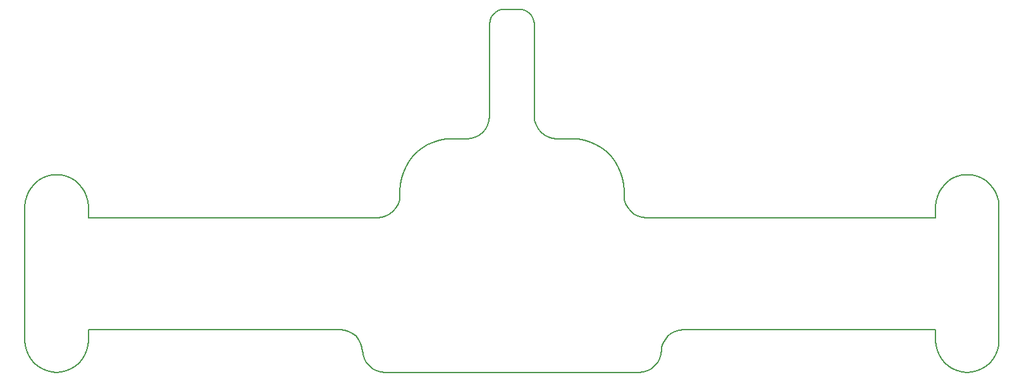
<source format=gm1>
G04*
G04 #@! TF.GenerationSoftware,Altium Limited,Altium Designer,21.3.2 (30)*
G04*
G04 Layer_Color=16711935*
%FSLAX43Y43*%
%MOMM*%
G71*
G04*
G04 #@! TF.SameCoordinates,FBD5C96F-955A-4271-84E1-1BDEFFC5CDA7*
G04*
G04*
G04 #@! TF.FilePolarity,Positive*
G04*
G01*
G75*
%ADD10C,0.127*%
D10*
X1750Y70000D02*
Y71500D01*
Y70000D02*
X40450D01*
X41035Y70058D01*
X41598Y70228D01*
X42117Y70505D01*
X42571Y70878D01*
X42944Y71333D01*
X43221Y71852D01*
X43392Y72414D01*
X43450Y73000D01*
Y73600D01*
X43501Y74444D01*
X43653Y75275D01*
X43905Y76082D01*
X44252Y76853D01*
X44689Y77576D01*
X45210Y78242D01*
X45808Y78839D01*
X46473Y79361D01*
X47197Y79798D01*
X47968Y80145D01*
X48775Y80396D01*
X49606Y80549D01*
X50450Y80600D01*
X52450D01*
X53035Y80657D01*
X53598Y80828D01*
X54117Y81105D01*
X54571Y81479D01*
X54944Y81933D01*
X55222Y82452D01*
X55392Y83015D01*
X55450Y83600D01*
Y95950D01*
X55500Y96395D01*
X55648Y96818D01*
X55886Y97197D01*
X56203Y97513D01*
X56582Y97752D01*
X57005Y97900D01*
X57450Y97950D01*
X59450D01*
X59895Y97900D01*
X60318Y97752D01*
X60697Y97513D01*
X61014Y97197D01*
X61252Y96818D01*
X61400Y96395D01*
X61450Y95950D01*
Y83600D02*
Y95950D01*
Y83600D02*
X61507Y83015D01*
X61678Y82452D01*
X61955Y81933D01*
X62328Y81479D01*
X62783Y81105D01*
X63302Y80828D01*
X63864Y80657D01*
X64450Y80600D01*
X66450D01*
X67294Y80549D01*
X68125Y80396D01*
X68932Y80145D01*
X69703Y79798D01*
X70426Y79361D01*
X71092Y78839D01*
X71689Y78242D01*
X72211Y77576D01*
X72648Y76853D01*
X72995Y76082D01*
X73246Y75275D01*
X73399Y74444D01*
X73450Y73600D01*
Y73000D02*
Y73600D01*
Y73000D02*
X73507Y72414D01*
X73678Y71852D01*
X73955Y71333D01*
X74328Y70878D01*
X74783Y70505D01*
X75302Y70228D01*
X75865Y70058D01*
X76450Y70000D01*
X115150D01*
Y71500D01*
X115202Y72165D01*
X115358Y72813D01*
X115613Y73429D01*
X115962Y73998D01*
X116395Y74505D01*
X116902Y74938D01*
X117470Y75287D01*
X118087Y75542D01*
X118735Y75698D01*
X119400Y75750D01*
X120065Y75698D01*
X120713Y75542D01*
X121329Y75287D01*
X121898Y74938D01*
X122405Y74505D01*
X122838Y73998D01*
X123187Y73429D01*
X123442Y72813D01*
X123598Y72165D01*
X123650Y71500D01*
Y53500D02*
Y71500D01*
X123598Y52835D02*
X123650Y53500D01*
X123442Y52187D02*
X123598Y52835D01*
X123187Y51570D02*
X123442Y52187D01*
X122838Y51002D02*
X123187Y51570D01*
X122405Y50495D02*
X122838Y51002D01*
X121898Y50062D02*
X122405Y50495D01*
X121329Y49713D02*
X121898Y50062D01*
X120713Y49458D02*
X121329Y49713D01*
X120065Y49302D02*
X120713Y49458D01*
X119400Y49250D02*
X120065Y49302D01*
X118735D02*
X119400Y49250D01*
X118087Y49458D02*
X118735Y49302D01*
X117470Y49713D02*
X118087Y49458D01*
X116902Y50062D02*
X117470Y49713D01*
X116395Y50495D02*
X116902Y50062D01*
X115962Y51002D02*
X116395Y50495D01*
X115613Y51570D02*
X115962Y51002D01*
X115358Y52187D02*
X115613Y51570D01*
X115202Y52835D02*
X115358Y52187D01*
X115150Y53500D02*
X115202Y52835D01*
X115150Y53500D02*
Y55000D01*
X81450D02*
X115150D01*
X80865Y54942D02*
X81450Y55000D01*
X80302Y54771D02*
X80865Y54942D01*
X79783Y54494D02*
X80302Y54771D01*
X79329Y54121D02*
X79783Y54494D01*
X78955Y53667D02*
X79329Y54121D01*
X78678Y53148D02*
X78955Y53667D01*
X78507Y52585D02*
X78678Y53148D01*
X78450Y52000D02*
X78507Y52585D01*
X78450Y52000D02*
Y52250D01*
X78392Y51665D02*
X78450Y52250D01*
X78221Y51102D02*
X78392Y51665D01*
X77944Y50583D02*
X78221Y51102D01*
X77571Y50129D02*
X77944Y50583D01*
X77117Y49755D02*
X77571Y50129D01*
X76598Y49478D02*
X77117Y49755D01*
X76035Y49307D02*
X76598Y49478D01*
X75450Y49250D02*
X76035Y49307D01*
X41450Y49250D02*
X75450D01*
X40865Y49307D02*
X41450Y49250D01*
X40302Y49478D02*
X40865Y49307D01*
X39783Y49755D02*
X40302Y49478D01*
X39329Y50129D02*
X39783Y49755D01*
X38955Y50583D02*
X39329Y50129D01*
X38678Y51102D02*
X38955Y50583D01*
X38507Y51665D02*
X38678Y51102D01*
X38450Y52250D02*
X38507Y51665D01*
X38450Y52000D02*
Y52250D01*
X38392Y52585D02*
X38450Y52000D01*
X38221Y53148D02*
X38392Y52585D01*
X37944Y53667D02*
X38221Y53148D01*
X37571Y54121D02*
X37944Y53667D01*
X37116Y54494D02*
X37571Y54121D01*
X36598Y54771D02*
X37116Y54494D01*
X36035Y54942D02*
X36598Y54771D01*
X35450Y55000D02*
X36035Y54942D01*
X1750Y55000D02*
X35450D01*
X1750Y53500D02*
Y55000D01*
X1697Y52835D02*
X1750Y53500D01*
X1542Y52187D02*
X1697Y52835D01*
X1287Y51570D02*
X1542Y52187D01*
X938Y51002D02*
X1287Y51570D01*
X505Y50495D02*
X938Y51002D01*
X-2Y50062D02*
X505Y50495D01*
X-571Y49713D02*
X-2Y50062D01*
X-1187Y49458D02*
X-571Y49713D01*
X-1835Y49302D02*
X-1187Y49458D01*
X-2500Y49250D02*
X-1835Y49302D01*
X-3165D02*
X-2500Y49250D01*
X-3814Y49458D02*
X-3165Y49302D01*
X-4430Y49713D02*
X-3814Y49458D01*
X-4998Y50062D02*
X-4430Y49713D01*
X-5505Y50495D02*
X-4998Y50062D01*
X-5939Y51002D02*
X-5505Y50495D01*
X-6287Y51570D02*
X-5939Y51002D01*
X-6542Y52187D02*
X-6287Y51570D01*
X-6698Y52835D02*
X-6542Y52187D01*
X-6750Y53500D02*
X-6698Y52835D01*
X-6750Y53500D02*
Y71500D01*
X-6698Y72165D01*
X-6542Y72813D01*
X-6287Y73429D01*
X-5939Y73998D01*
X-5505Y74505D01*
X-4998Y74938D01*
X-4430Y75287D01*
X-3814Y75542D01*
X-3165Y75698D01*
X-2500Y75750D01*
X-1835Y75698D01*
X-1187Y75542D01*
X-571Y75287D01*
X-2Y74938D01*
X505Y74505D01*
X938Y73998D01*
X1287Y73429D01*
X1542Y72813D01*
X1697Y72165D01*
X1750Y71500D01*
M02*

</source>
